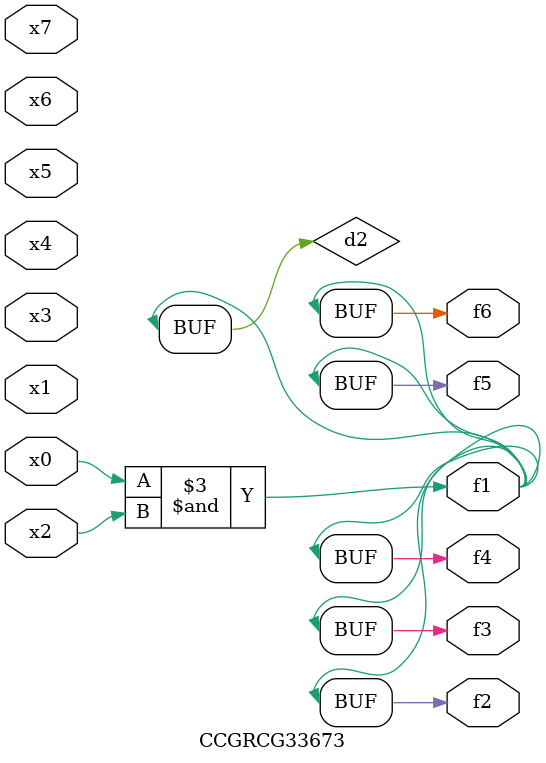
<source format=v>
module CCGRCG33673(
	input x0, x1, x2, x3, x4, x5, x6, x7,
	output f1, f2, f3, f4, f5, f6
);

	wire d1, d2;

	nor (d1, x3, x6);
	and (d2, x0, x2);
	assign f1 = d2;
	assign f2 = d2;
	assign f3 = d2;
	assign f4 = d2;
	assign f5 = d2;
	assign f6 = d2;
endmodule

</source>
